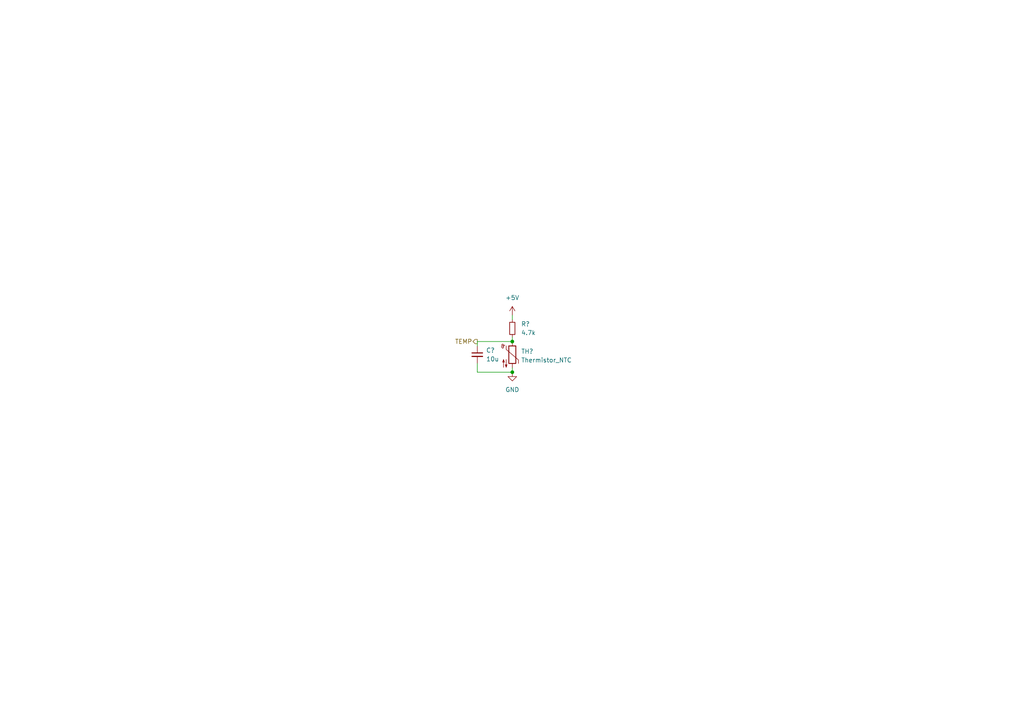
<source format=kicad_sch>
(kicad_sch (version 20211123) (generator eeschema)
  (paper "A4")
  (lib_symbols
    (symbol "Device:C_Small" (pin_numbers hide) (pin_names (offset 0.254) hide)
      (property "Reference" "C" (at 0.254 1.778 0))
      (property "Value" "C_Small" (at 0.254 -2.032 0))
      (symbol "C_Small_0_1"
        (polyline (pts (xy -1.524 -0.508) (xy 1.524 -0.508)) (stroke (width 0.3302)))
        (polyline (pts (xy -1.524 0.508) (xy 1.524 0.508)) (stroke (width 0.3048)))
      )
      (symbol "C_Small_1_1"
        (pin passive line (at 0 2.54 270) (length 2.032) (name "~") (number "1"))
        (pin passive line (at 0 -2.54 90) (length 2.032) (name "~") (number "2"))
      )
    )
    (symbol "Device:R_Small" (pin_numbers hide) (pin_names (offset 0.254) hide)
      (property "Reference" "R" (at 0.762 0.508 0))
      (property "Value" "R_Small" (at 0.762 -1.016 0))
      (symbol "R_Small_0_1"
        (rectangle (start -0.762 1.778) (end 0.762 -1.778) (stroke (width 0.2032)))
      )
      (symbol "R_Small_1_1"
        (pin passive line (at 0 2.54 270) (length 0.762) (name "~") (number "1"))
        (pin passive line (at 0 -2.54 90) (length 0.762) (name "~") (number "2"))
      )
    )
    (symbol "Device:Thermistor_NTC" (pin_numbers hide) (pin_names (offset 0))
      (property "Reference" "TH" (at -4.445 0 90))
      (property "Value" "Thermistor_NTC" (at 3.175 0 90))
      (symbol "Thermistor_NTC_0_1"
        (arc (start -3.048 2.159) (mid -3.0495 2.3143) (end -3.175 2.413))
        (arc (start -3.048 2.159) (mid -2.9736 1.9794) (end -2.794 1.905))
        (arc (start -3.048 2.794) (mid -2.9736 2.6144) (end -2.794 2.54))
        (arc (start -2.794 1.905) (mid -2.6144 1.9794) (end -2.54 2.159))
        (arc (start -2.794 2.54) (mid -2.4393 2.5587) (end -2.159 2.794))
        (arc (start -2.794 3.048) (mid -2.9736 2.9736) (end -3.048 2.794))
        (arc (start -2.54 2.794) (mid -2.6144 2.9736) (end -2.794 3.048))
        (rectangle (start -1.016 2.54) (end 1.016 -2.54) (stroke (width 0.254)))
        (polyline (pts (xy -2.54 2.159) (xy -2.54 2.794)))
        (polyline (pts (xy -1.778 2.54) (xy -1.778 1.524) (xy 1.778 -1.524) (xy 1.778 -2.54)))
        (polyline (pts (xy -2.54 -3.683) (xy -2.54 -1.397) (xy -2.794 -2.159) (xy -2.286 -2.159) (xy -2.54 -1.397) (xy -2.54 -1.651)) (fill (type outline)))
        (polyline (pts (xy -1.778 -1.397) (xy -1.778 -3.683) (xy -2.032 -2.921) (xy -1.524 -2.921) (xy -1.778 -3.683) (xy -1.778 -3.429)) (fill (type outline)))
      )
      (symbol "Thermistor_NTC_1_1"
        (pin passive line (at 0 3.81 270) (length 1.27) (name "~") (number "1"))
        (pin passive line (at 0 -3.81 90) (length 1.27) (name "~") (number "2"))
      )
    )
    (symbol "power:+5V" (power) (pin_names (offset 0))
      (property "Value" "+5V" (at 0 3.556 0))
      (symbol "+5V_0_1"
        (polyline (pts (xy -0.762 1.27) (xy 0 2.54)))
        (polyline (pts (xy 0 0) (xy 0 2.54)))
        (polyline (pts (xy 0 2.54) (xy 0.762 1.27)))
      )
      (symbol "+5V_1_1"
        (pin power_in line (at 0 0 90) (length 0) hide (name "+5V") (number "1"))
      )
    )
    (symbol "power:GND" (power) (pin_names (offset 0))
      (property "Value" "GND" (at 0 -3.81 0))
      (symbol "GND_0_1"
        (polyline (pts (xy 0 0) (xy 0 -1.27) (xy 1.27 -1.27) (xy 0 -2.54) (xy -1.27 -1.27) (xy 0 -1.27)))
      )
      (symbol "GND_1_1"
        (pin power_in line (at 0 0 270) (length 0) hide (name "GND") (number "1"))
      )
    )
  )
  (junction (at 148.59 107.95))
  (junction (at 148.59 99.06))
  (wire (pts (xy 138.43 99.06) (xy 148.59 99.06)))
  (wire (pts (xy 148.59 97.79) (xy 148.59 99.06)))
  (wire (pts (xy 138.43 105.41) (xy 138.43 107.95)))
  (wire (pts (xy 138.43 107.95) (xy 148.59 107.95)))
  (wire (pts (xy 148.59 91.44) (xy 148.59 92.71)))
  (wire (pts (xy 138.43 100.33) (xy 138.43 99.06)))
  (wire (pts (xy 148.59 106.68) (xy 148.59 107.95)))
  (hierarchical_label "TEMP" (shape output) (at 138.43 99.06 180))
  (symbol (lib_id "Device:C_Small") (at 138.43 102.87 0) (unit 1)
    (property "Reference" "C?" (at 140.97 101.6062 0) (effects (justify left)))
    (property "Value" "10u" (at 140.97 104.1462 0) (effects (justify left)))
  )
  (symbol (lib_id "power:GND") (at 148.59 107.95 0) (unit 1)
    (property "Reference" "#PWR?" (effects hide))
    (property "Value" "GND" (at 148.59 113.03 0))
  )
  (symbol (lib_id "Device:R_Small") (at 148.59 95.25 0) (unit 1)
    (property "Reference" "R?" (at 151.13 93.9799 0) (effects (justify left)))
    (property "Value" "4.7k" (at 151.13 96.5199 0) (effects (justify left)))
  )
  (symbol (lib_id "Device:Thermistor_NTC") (at 148.59 102.87 0) (unit 1)
    (property "Reference" "TH?" (at 151.13 101.9174 0) (effects (justify left)))
    (property "Value" "Thermistor_NTC" (at 151.13 104.4574 0) (effects (justify left)))
  )
  (symbol (lib_id "power:+5V") (at 148.59 91.44 0) (unit 1)
    (property "Reference" "#PWR?" (effects hide))
    (property "Value" "+5V" (at 148.59 86.36 0))
  )
)
</source>
